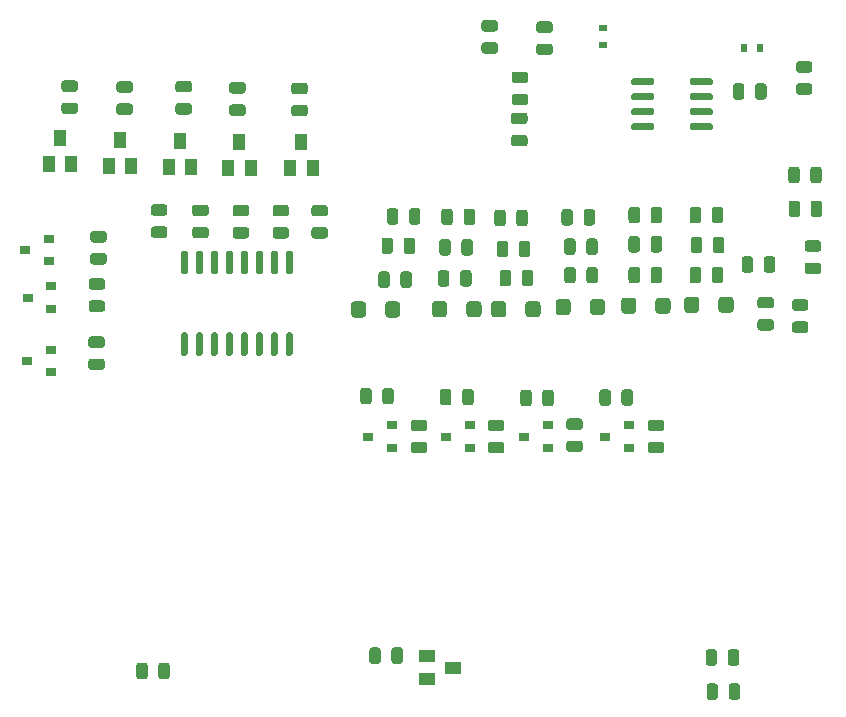
<source format=gbr>
G04 #@! TF.GenerationSoftware,KiCad,Pcbnew,(5.1.6-0-10_14)*
G04 #@! TF.CreationDate,2020-09-03T14:47:54-04:00*
G04 #@! TF.ProjectId,Pufferfish-Interface-2,50756666-6572-4666-9973-682d496e7465,rev?*
G04 #@! TF.SameCoordinates,Original*
G04 #@! TF.FileFunction,Paste,Top*
G04 #@! TF.FilePolarity,Positive*
%FSLAX46Y46*%
G04 Gerber Fmt 4.6, Leading zero omitted, Abs format (unit mm)*
G04 Created by KiCad (PCBNEW (5.1.6-0-10_14)) date 2020-09-03 14:47:54*
%MOMM*%
%LPD*%
G01*
G04 APERTURE LIST*
%ADD10R,1.000000X1.400000*%
%ADD11R,0.600000X0.700000*%
%ADD12R,0.700000X0.600000*%
%ADD13R,1.400000X1.000000*%
%ADD14R,0.900000X0.800000*%
G04 APERTURE END LIST*
G36*
G01*
X36900000Y-23375000D02*
X36900000Y-22625000D01*
G75*
G02*
X37225000Y-22300000I325000J0D01*
G01*
X37875000Y-22300000D01*
G75*
G02*
X38200000Y-22625000I0J-325000D01*
G01*
X38200000Y-23375000D01*
G75*
G02*
X37875000Y-23700000I-325000J0D01*
G01*
X37225000Y-23700000D01*
G75*
G02*
X36900000Y-23375000I0J325000D01*
G01*
G37*
G36*
G01*
X39800000Y-23375000D02*
X39800000Y-22625000D01*
G75*
G02*
X40125000Y-22300000I325000J0D01*
G01*
X40775000Y-22300000D01*
G75*
G02*
X41100000Y-22625000I0J-325000D01*
G01*
X41100000Y-23375000D01*
G75*
G02*
X40775000Y-23700000I-325000J0D01*
G01*
X40125000Y-23700000D01*
G75*
G02*
X39800000Y-23375000I0J325000D01*
G01*
G37*
G36*
G01*
X39280000Y-20846250D02*
X39280000Y-19933750D01*
G75*
G02*
X39523750Y-19690000I243750J0D01*
G01*
X40011250Y-19690000D01*
G75*
G02*
X40255000Y-19933750I0J-243750D01*
G01*
X40255000Y-20846250D01*
G75*
G02*
X40011250Y-21090000I-243750J0D01*
G01*
X39523750Y-21090000D01*
G75*
G02*
X39280000Y-20846250I0J243750D01*
G01*
G37*
G36*
G01*
X37405000Y-20846250D02*
X37405000Y-19933750D01*
G75*
G02*
X37648750Y-19690000I243750J0D01*
G01*
X38136250Y-19690000D01*
G75*
G02*
X38380000Y-19933750I0J-243750D01*
G01*
X38380000Y-20846250D01*
G75*
G02*
X38136250Y-21090000I-243750J0D01*
G01*
X37648750Y-21090000D01*
G75*
G02*
X37405000Y-20846250I0J243750D01*
G01*
G37*
G36*
G01*
X38500000Y-17303750D02*
X38500000Y-18216250D01*
G75*
G02*
X38256250Y-18460000I-243750J0D01*
G01*
X37768750Y-18460000D01*
G75*
G02*
X37525000Y-18216250I0J243750D01*
G01*
X37525000Y-17303750D01*
G75*
G02*
X37768750Y-17060000I243750J0D01*
G01*
X38256250Y-17060000D01*
G75*
G02*
X38500000Y-17303750I0J-243750D01*
G01*
G37*
G36*
G01*
X40375000Y-17303750D02*
X40375000Y-18216250D01*
G75*
G02*
X40131250Y-18460000I-243750J0D01*
G01*
X39643750Y-18460000D01*
G75*
G02*
X39400000Y-18216250I0J243750D01*
G01*
X39400000Y-17303750D01*
G75*
G02*
X39643750Y-17060000I243750J0D01*
G01*
X40131250Y-17060000D01*
G75*
G02*
X40375000Y-17303750I0J-243750D01*
G01*
G37*
G36*
G01*
X39578700Y-15640370D02*
X39578700Y-14727870D01*
G75*
G02*
X39822450Y-14484120I243750J0D01*
G01*
X40309950Y-14484120D01*
G75*
G02*
X40553700Y-14727870I0J-243750D01*
G01*
X40553700Y-15640370D01*
G75*
G02*
X40309950Y-15884120I-243750J0D01*
G01*
X39822450Y-15884120D01*
G75*
G02*
X39578700Y-15640370I0J243750D01*
G01*
G37*
G36*
G01*
X37703700Y-15640370D02*
X37703700Y-14727870D01*
G75*
G02*
X37947450Y-14484120I243750J0D01*
G01*
X38434950Y-14484120D01*
G75*
G02*
X38678700Y-14727870I0J-243750D01*
G01*
X38678700Y-15640370D01*
G75*
G02*
X38434950Y-15884120I-243750J0D01*
G01*
X37947450Y-15884120D01*
G75*
G02*
X37703700Y-15640370I0J243750D01*
G01*
G37*
G36*
G01*
X16085960Y-20021780D02*
X15785960Y-20021780D01*
G75*
G02*
X15635960Y-19871780I0J150000D01*
G01*
X15635960Y-18196780D01*
G75*
G02*
X15785960Y-18046780I150000J0D01*
G01*
X16085960Y-18046780D01*
G75*
G02*
X16235960Y-18196780I0J-150000D01*
G01*
X16235960Y-19871780D01*
G75*
G02*
X16085960Y-20021780I-150000J0D01*
G01*
G37*
G36*
G01*
X17355960Y-20021780D02*
X17055960Y-20021780D01*
G75*
G02*
X16905960Y-19871780I0J150000D01*
G01*
X16905960Y-18196780D01*
G75*
G02*
X17055960Y-18046780I150000J0D01*
G01*
X17355960Y-18046780D01*
G75*
G02*
X17505960Y-18196780I0J-150000D01*
G01*
X17505960Y-19871780D01*
G75*
G02*
X17355960Y-20021780I-150000J0D01*
G01*
G37*
G36*
G01*
X18625960Y-20021780D02*
X18325960Y-20021780D01*
G75*
G02*
X18175960Y-19871780I0J150000D01*
G01*
X18175960Y-18196780D01*
G75*
G02*
X18325960Y-18046780I150000J0D01*
G01*
X18625960Y-18046780D01*
G75*
G02*
X18775960Y-18196780I0J-150000D01*
G01*
X18775960Y-19871780D01*
G75*
G02*
X18625960Y-20021780I-150000J0D01*
G01*
G37*
G36*
G01*
X19895960Y-20021780D02*
X19595960Y-20021780D01*
G75*
G02*
X19445960Y-19871780I0J150000D01*
G01*
X19445960Y-18196780D01*
G75*
G02*
X19595960Y-18046780I150000J0D01*
G01*
X19895960Y-18046780D01*
G75*
G02*
X20045960Y-18196780I0J-150000D01*
G01*
X20045960Y-19871780D01*
G75*
G02*
X19895960Y-20021780I-150000J0D01*
G01*
G37*
G36*
G01*
X21165960Y-20021780D02*
X20865960Y-20021780D01*
G75*
G02*
X20715960Y-19871780I0J150000D01*
G01*
X20715960Y-18196780D01*
G75*
G02*
X20865960Y-18046780I150000J0D01*
G01*
X21165960Y-18046780D01*
G75*
G02*
X21315960Y-18196780I0J-150000D01*
G01*
X21315960Y-19871780D01*
G75*
G02*
X21165960Y-20021780I-150000J0D01*
G01*
G37*
G36*
G01*
X22435960Y-20021780D02*
X22135960Y-20021780D01*
G75*
G02*
X21985960Y-19871780I0J150000D01*
G01*
X21985960Y-18196780D01*
G75*
G02*
X22135960Y-18046780I150000J0D01*
G01*
X22435960Y-18046780D01*
G75*
G02*
X22585960Y-18196780I0J-150000D01*
G01*
X22585960Y-19871780D01*
G75*
G02*
X22435960Y-20021780I-150000J0D01*
G01*
G37*
G36*
G01*
X23705960Y-20021780D02*
X23405960Y-20021780D01*
G75*
G02*
X23255960Y-19871780I0J150000D01*
G01*
X23255960Y-18196780D01*
G75*
G02*
X23405960Y-18046780I150000J0D01*
G01*
X23705960Y-18046780D01*
G75*
G02*
X23855960Y-18196780I0J-150000D01*
G01*
X23855960Y-19871780D01*
G75*
G02*
X23705960Y-20021780I-150000J0D01*
G01*
G37*
G36*
G01*
X24975960Y-20021780D02*
X24675960Y-20021780D01*
G75*
G02*
X24525960Y-19871780I0J150000D01*
G01*
X24525960Y-18196780D01*
G75*
G02*
X24675960Y-18046780I150000J0D01*
G01*
X24975960Y-18046780D01*
G75*
G02*
X25125960Y-18196780I0J-150000D01*
G01*
X25125960Y-19871780D01*
G75*
G02*
X24975960Y-20021780I-150000J0D01*
G01*
G37*
G36*
G01*
X24975960Y-26946780D02*
X24675960Y-26946780D01*
G75*
G02*
X24525960Y-26796780I0J150000D01*
G01*
X24525960Y-25121780D01*
G75*
G02*
X24675960Y-24971780I150000J0D01*
G01*
X24975960Y-24971780D01*
G75*
G02*
X25125960Y-25121780I0J-150000D01*
G01*
X25125960Y-26796780D01*
G75*
G02*
X24975960Y-26946780I-150000J0D01*
G01*
G37*
G36*
G01*
X23705960Y-26946780D02*
X23405960Y-26946780D01*
G75*
G02*
X23255960Y-26796780I0J150000D01*
G01*
X23255960Y-25121780D01*
G75*
G02*
X23405960Y-24971780I150000J0D01*
G01*
X23705960Y-24971780D01*
G75*
G02*
X23855960Y-25121780I0J-150000D01*
G01*
X23855960Y-26796780D01*
G75*
G02*
X23705960Y-26946780I-150000J0D01*
G01*
G37*
G36*
G01*
X22435960Y-26946780D02*
X22135960Y-26946780D01*
G75*
G02*
X21985960Y-26796780I0J150000D01*
G01*
X21985960Y-25121780D01*
G75*
G02*
X22135960Y-24971780I150000J0D01*
G01*
X22435960Y-24971780D01*
G75*
G02*
X22585960Y-25121780I0J-150000D01*
G01*
X22585960Y-26796780D01*
G75*
G02*
X22435960Y-26946780I-150000J0D01*
G01*
G37*
G36*
G01*
X21165960Y-26946780D02*
X20865960Y-26946780D01*
G75*
G02*
X20715960Y-26796780I0J150000D01*
G01*
X20715960Y-25121780D01*
G75*
G02*
X20865960Y-24971780I150000J0D01*
G01*
X21165960Y-24971780D01*
G75*
G02*
X21315960Y-25121780I0J-150000D01*
G01*
X21315960Y-26796780D01*
G75*
G02*
X21165960Y-26946780I-150000J0D01*
G01*
G37*
G36*
G01*
X19895960Y-26946780D02*
X19595960Y-26946780D01*
G75*
G02*
X19445960Y-26796780I0J150000D01*
G01*
X19445960Y-25121780D01*
G75*
G02*
X19595960Y-24971780I150000J0D01*
G01*
X19895960Y-24971780D01*
G75*
G02*
X20045960Y-25121780I0J-150000D01*
G01*
X20045960Y-26796780D01*
G75*
G02*
X19895960Y-26946780I-150000J0D01*
G01*
G37*
G36*
G01*
X18625960Y-26946780D02*
X18325960Y-26946780D01*
G75*
G02*
X18175960Y-26796780I0J150000D01*
G01*
X18175960Y-25121780D01*
G75*
G02*
X18325960Y-24971780I150000J0D01*
G01*
X18625960Y-24971780D01*
G75*
G02*
X18775960Y-25121780I0J-150000D01*
G01*
X18775960Y-26796780D01*
G75*
G02*
X18625960Y-26946780I-150000J0D01*
G01*
G37*
G36*
G01*
X17355960Y-26946780D02*
X17055960Y-26946780D01*
G75*
G02*
X16905960Y-26796780I0J150000D01*
G01*
X16905960Y-25121780D01*
G75*
G02*
X17055960Y-24971780I150000J0D01*
G01*
X17355960Y-24971780D01*
G75*
G02*
X17505960Y-25121780I0J-150000D01*
G01*
X17505960Y-26796780D01*
G75*
G02*
X17355960Y-26946780I-150000J0D01*
G01*
G37*
G36*
G01*
X16085960Y-26946780D02*
X15785960Y-26946780D01*
G75*
G02*
X15635960Y-26796780I0J150000D01*
G01*
X15635960Y-25121780D01*
G75*
G02*
X15785960Y-24971780I150000J0D01*
G01*
X16085960Y-24971780D01*
G75*
G02*
X16235960Y-25121780I0J-150000D01*
G01*
X16235960Y-26796780D01*
G75*
G02*
X16085960Y-26946780I-150000J0D01*
G01*
G37*
G36*
G01*
X33610000Y-17173750D02*
X33610000Y-18086250D01*
G75*
G02*
X33366250Y-18330000I-243750J0D01*
G01*
X32878750Y-18330000D01*
G75*
G02*
X32635000Y-18086250I0J243750D01*
G01*
X32635000Y-17173750D01*
G75*
G02*
X32878750Y-16930000I243750J0D01*
G01*
X33366250Y-16930000D01*
G75*
G02*
X33610000Y-17173750I0J-243750D01*
G01*
G37*
G36*
G01*
X35485000Y-17173750D02*
X35485000Y-18086250D01*
G75*
G02*
X35241250Y-18330000I-243750J0D01*
G01*
X34753750Y-18330000D01*
G75*
G02*
X34510000Y-18086250I0J243750D01*
G01*
X34510000Y-17173750D01*
G75*
G02*
X34753750Y-16930000I243750J0D01*
G01*
X35241250Y-16930000D01*
G75*
G02*
X35485000Y-17173750I0J-243750D01*
G01*
G37*
G36*
G01*
X34957500Y-15596250D02*
X34957500Y-14683750D01*
G75*
G02*
X35201250Y-14440000I243750J0D01*
G01*
X35688750Y-14440000D01*
G75*
G02*
X35932500Y-14683750I0J-243750D01*
G01*
X35932500Y-15596250D01*
G75*
G02*
X35688750Y-15840000I-243750J0D01*
G01*
X35201250Y-15840000D01*
G75*
G02*
X34957500Y-15596250I0J243750D01*
G01*
G37*
G36*
G01*
X33082500Y-15596250D02*
X33082500Y-14683750D01*
G75*
G02*
X33326250Y-14440000I243750J0D01*
G01*
X33813750Y-14440000D01*
G75*
G02*
X34057500Y-14683750I0J-243750D01*
G01*
X34057500Y-15596250D01*
G75*
G02*
X33813750Y-15840000I-243750J0D01*
G01*
X33326250Y-15840000D01*
G75*
G02*
X33082500Y-15596250I0J243750D01*
G01*
G37*
G36*
G01*
X67623750Y-24040000D02*
X68536250Y-24040000D01*
G75*
G02*
X68780000Y-24283750I0J-243750D01*
G01*
X68780000Y-24771250D01*
G75*
G02*
X68536250Y-25015000I-243750J0D01*
G01*
X67623750Y-25015000D01*
G75*
G02*
X67380000Y-24771250I0J243750D01*
G01*
X67380000Y-24283750D01*
G75*
G02*
X67623750Y-24040000I243750J0D01*
G01*
G37*
G36*
G01*
X67623750Y-22165000D02*
X68536250Y-22165000D01*
G75*
G02*
X68780000Y-22408750I0J-243750D01*
G01*
X68780000Y-22896250D01*
G75*
G02*
X68536250Y-23140000I-243750J0D01*
G01*
X67623750Y-23140000D01*
G75*
G02*
X67380000Y-22896250I0J243750D01*
G01*
X67380000Y-22408750D01*
G75*
G02*
X67623750Y-22165000I243750J0D01*
G01*
G37*
G36*
G01*
X5774370Y-5504360D02*
X6686870Y-5504360D01*
G75*
G02*
X6930620Y-5748110I0J-243750D01*
G01*
X6930620Y-6235610D01*
G75*
G02*
X6686870Y-6479360I-243750J0D01*
G01*
X5774370Y-6479360D01*
G75*
G02*
X5530620Y-6235610I0J243750D01*
G01*
X5530620Y-5748110D01*
G75*
G02*
X5774370Y-5504360I243750J0D01*
G01*
G37*
G36*
G01*
X5774370Y-3629360D02*
X6686870Y-3629360D01*
G75*
G02*
X6930620Y-3873110I0J-243750D01*
G01*
X6930620Y-4360610D01*
G75*
G02*
X6686870Y-4604360I-243750J0D01*
G01*
X5774370Y-4604360D01*
G75*
G02*
X5530620Y-4360610I0J243750D01*
G01*
X5530620Y-3873110D01*
G75*
G02*
X5774370Y-3629360I243750J0D01*
G01*
G37*
G36*
G01*
X30040000Y-23395000D02*
X30040000Y-22645000D01*
G75*
G02*
X30365000Y-22320000I325000J0D01*
G01*
X31015000Y-22320000D01*
G75*
G02*
X31340000Y-22645000I0J-325000D01*
G01*
X31340000Y-23395000D01*
G75*
G02*
X31015000Y-23720000I-325000J0D01*
G01*
X30365000Y-23720000D01*
G75*
G02*
X30040000Y-23395000I0J325000D01*
G01*
G37*
G36*
G01*
X32940000Y-23395000D02*
X32940000Y-22645000D01*
G75*
G02*
X33265000Y-22320000I325000J0D01*
G01*
X33915000Y-22320000D01*
G75*
G02*
X34240000Y-22645000I0J-325000D01*
G01*
X34240000Y-23395000D01*
G75*
G02*
X33915000Y-23720000I-325000J0D01*
G01*
X33265000Y-23720000D01*
G75*
G02*
X32940000Y-23395000I0J325000D01*
G01*
G37*
G36*
G01*
X34235480Y-20957750D02*
X34235480Y-20045250D01*
G75*
G02*
X34479230Y-19801500I243750J0D01*
G01*
X34966730Y-19801500D01*
G75*
G02*
X35210480Y-20045250I0J-243750D01*
G01*
X35210480Y-20957750D01*
G75*
G02*
X34966730Y-21201500I-243750J0D01*
G01*
X34479230Y-21201500D01*
G75*
G02*
X34235480Y-20957750I0J243750D01*
G01*
G37*
G36*
G01*
X32360480Y-20957750D02*
X32360480Y-20045250D01*
G75*
G02*
X32604230Y-19801500I243750J0D01*
G01*
X33091730Y-19801500D01*
G75*
G02*
X33335480Y-20045250I0J-243750D01*
G01*
X33335480Y-20957750D01*
G75*
G02*
X33091730Y-21201500I-243750J0D01*
G01*
X32604230Y-21201500D01*
G75*
G02*
X32360480Y-20957750I0J243750D01*
G01*
G37*
G36*
G01*
X58720000Y-3885000D02*
X58720000Y-3585000D01*
G75*
G02*
X58870000Y-3435000I150000J0D01*
G01*
X60520000Y-3435000D01*
G75*
G02*
X60670000Y-3585000I0J-150000D01*
G01*
X60670000Y-3885000D01*
G75*
G02*
X60520000Y-4035000I-150000J0D01*
G01*
X58870000Y-4035000D01*
G75*
G02*
X58720000Y-3885000I0J150000D01*
G01*
G37*
G36*
G01*
X58720000Y-5155000D02*
X58720000Y-4855000D01*
G75*
G02*
X58870000Y-4705000I150000J0D01*
G01*
X60520000Y-4705000D01*
G75*
G02*
X60670000Y-4855000I0J-150000D01*
G01*
X60670000Y-5155000D01*
G75*
G02*
X60520000Y-5305000I-150000J0D01*
G01*
X58870000Y-5305000D01*
G75*
G02*
X58720000Y-5155000I0J150000D01*
G01*
G37*
G36*
G01*
X58720000Y-6425000D02*
X58720000Y-6125000D01*
G75*
G02*
X58870000Y-5975000I150000J0D01*
G01*
X60520000Y-5975000D01*
G75*
G02*
X60670000Y-6125000I0J-150000D01*
G01*
X60670000Y-6425000D01*
G75*
G02*
X60520000Y-6575000I-150000J0D01*
G01*
X58870000Y-6575000D01*
G75*
G02*
X58720000Y-6425000I0J150000D01*
G01*
G37*
G36*
G01*
X58720000Y-7695000D02*
X58720000Y-7395000D01*
G75*
G02*
X58870000Y-7245000I150000J0D01*
G01*
X60520000Y-7245000D01*
G75*
G02*
X60670000Y-7395000I0J-150000D01*
G01*
X60670000Y-7695000D01*
G75*
G02*
X60520000Y-7845000I-150000J0D01*
G01*
X58870000Y-7845000D01*
G75*
G02*
X58720000Y-7695000I0J150000D01*
G01*
G37*
G36*
G01*
X53770000Y-7695000D02*
X53770000Y-7395000D01*
G75*
G02*
X53920000Y-7245000I150000J0D01*
G01*
X55570000Y-7245000D01*
G75*
G02*
X55720000Y-7395000I0J-150000D01*
G01*
X55720000Y-7695000D01*
G75*
G02*
X55570000Y-7845000I-150000J0D01*
G01*
X53920000Y-7845000D01*
G75*
G02*
X53770000Y-7695000I0J150000D01*
G01*
G37*
G36*
G01*
X53770000Y-6425000D02*
X53770000Y-6125000D01*
G75*
G02*
X53920000Y-5975000I150000J0D01*
G01*
X55570000Y-5975000D01*
G75*
G02*
X55720000Y-6125000I0J-150000D01*
G01*
X55720000Y-6425000D01*
G75*
G02*
X55570000Y-6575000I-150000J0D01*
G01*
X53920000Y-6575000D01*
G75*
G02*
X53770000Y-6425000I0J150000D01*
G01*
G37*
G36*
G01*
X53770000Y-5155000D02*
X53770000Y-4855000D01*
G75*
G02*
X53920000Y-4705000I150000J0D01*
G01*
X55570000Y-4705000D01*
G75*
G02*
X55720000Y-4855000I0J-150000D01*
G01*
X55720000Y-5155000D01*
G75*
G02*
X55570000Y-5305000I-150000J0D01*
G01*
X53920000Y-5305000D01*
G75*
G02*
X53770000Y-5155000I0J150000D01*
G01*
G37*
G36*
G01*
X53770000Y-3885000D02*
X53770000Y-3585000D01*
G75*
G02*
X53920000Y-3435000I150000J0D01*
G01*
X55570000Y-3435000D01*
G75*
G02*
X55720000Y-3585000I0J-150000D01*
G01*
X55720000Y-3885000D01*
G75*
G02*
X55570000Y-4035000I-150000J0D01*
G01*
X53920000Y-4035000D01*
G75*
G02*
X53770000Y-3885000I0J150000D01*
G01*
G37*
G36*
G01*
X13742500Y-54086250D02*
X13742500Y-53173750D01*
G75*
G02*
X13986250Y-52930000I243750J0D01*
G01*
X14473750Y-52930000D01*
G75*
G02*
X14717500Y-53173750I0J-243750D01*
G01*
X14717500Y-54086250D01*
G75*
G02*
X14473750Y-54330000I-243750J0D01*
G01*
X13986250Y-54330000D01*
G75*
G02*
X13742500Y-54086250I0J243750D01*
G01*
G37*
G36*
G01*
X11867500Y-54086250D02*
X11867500Y-53173750D01*
G75*
G02*
X12111250Y-52930000I243750J0D01*
G01*
X12598750Y-52930000D01*
G75*
G02*
X12842500Y-53173750I0J-243750D01*
G01*
X12842500Y-54086250D01*
G75*
G02*
X12598750Y-54330000I-243750J0D01*
G01*
X12111250Y-54330000D01*
G75*
G02*
X11867500Y-54086250I0J243750D01*
G01*
G37*
G36*
G01*
X8215310Y-18260720D02*
X9127810Y-18260720D01*
G75*
G02*
X9371560Y-18504470I0J-243750D01*
G01*
X9371560Y-18991970D01*
G75*
G02*
X9127810Y-19235720I-243750J0D01*
G01*
X8215310Y-19235720D01*
G75*
G02*
X7971560Y-18991970I0J243750D01*
G01*
X7971560Y-18504470D01*
G75*
G02*
X8215310Y-18260720I243750J0D01*
G01*
G37*
G36*
G01*
X8215310Y-16385720D02*
X9127810Y-16385720D01*
G75*
G02*
X9371560Y-16629470I0J-243750D01*
G01*
X9371560Y-17116970D01*
G75*
G02*
X9127810Y-17360720I-243750J0D01*
G01*
X8215310Y-17360720D01*
G75*
G02*
X7971560Y-17116970I0J243750D01*
G01*
X7971560Y-16629470D01*
G75*
G02*
X8215310Y-16385720I243750J0D01*
G01*
G37*
G36*
G01*
X16838610Y-16020200D02*
X17751110Y-16020200D01*
G75*
G02*
X17994860Y-16263950I0J-243750D01*
G01*
X17994860Y-16751450D01*
G75*
G02*
X17751110Y-16995200I-243750J0D01*
G01*
X16838610Y-16995200D01*
G75*
G02*
X16594860Y-16751450I0J243750D01*
G01*
X16594860Y-16263950D01*
G75*
G02*
X16838610Y-16020200I243750J0D01*
G01*
G37*
G36*
G01*
X16838610Y-14145200D02*
X17751110Y-14145200D01*
G75*
G02*
X17994860Y-14388950I0J-243750D01*
G01*
X17994860Y-14876450D01*
G75*
G02*
X17751110Y-15120200I-243750J0D01*
G01*
X16838610Y-15120200D01*
G75*
G02*
X16594860Y-14876450I0J243750D01*
G01*
X16594860Y-14388950D01*
G75*
G02*
X16838610Y-14145200I243750J0D01*
G01*
G37*
G36*
G01*
X8083230Y-22258440D02*
X8995730Y-22258440D01*
G75*
G02*
X9239480Y-22502190I0J-243750D01*
G01*
X9239480Y-22989690D01*
G75*
G02*
X8995730Y-23233440I-243750J0D01*
G01*
X8083230Y-23233440D01*
G75*
G02*
X7839480Y-22989690I0J243750D01*
G01*
X7839480Y-22502190D01*
G75*
G02*
X8083230Y-22258440I243750J0D01*
G01*
G37*
G36*
G01*
X8083230Y-20383440D02*
X8995730Y-20383440D01*
G75*
G02*
X9239480Y-20627190I0J-243750D01*
G01*
X9239480Y-21114690D01*
G75*
G02*
X8995730Y-21358440I-243750J0D01*
G01*
X8083230Y-21358440D01*
G75*
G02*
X7839480Y-21114690I0J243750D01*
G01*
X7839480Y-20627190D01*
G75*
G02*
X8083230Y-20383440I243750J0D01*
G01*
G37*
G36*
G01*
X23648350Y-16045600D02*
X24560850Y-16045600D01*
G75*
G02*
X24804600Y-16289350I0J-243750D01*
G01*
X24804600Y-16776850D01*
G75*
G02*
X24560850Y-17020600I-243750J0D01*
G01*
X23648350Y-17020600D01*
G75*
G02*
X23404600Y-16776850I0J243750D01*
G01*
X23404600Y-16289350D01*
G75*
G02*
X23648350Y-16045600I243750J0D01*
G01*
G37*
G36*
G01*
X23648350Y-14170600D02*
X24560850Y-14170600D01*
G75*
G02*
X24804600Y-14414350I0J-243750D01*
G01*
X24804600Y-14901850D01*
G75*
G02*
X24560850Y-15145600I-243750J0D01*
G01*
X23648350Y-15145600D01*
G75*
G02*
X23404600Y-14901850I0J243750D01*
G01*
X23404600Y-14414350D01*
G75*
G02*
X23648350Y-14170600I243750J0D01*
G01*
G37*
G36*
G01*
X62027500Y-55836250D02*
X62027500Y-54923750D01*
G75*
G02*
X62271250Y-54680000I243750J0D01*
G01*
X62758750Y-54680000D01*
G75*
G02*
X63002500Y-54923750I0J-243750D01*
G01*
X63002500Y-55836250D01*
G75*
G02*
X62758750Y-56080000I-243750J0D01*
G01*
X62271250Y-56080000D01*
G75*
G02*
X62027500Y-55836250I0J243750D01*
G01*
G37*
G36*
G01*
X60152500Y-55836250D02*
X60152500Y-54923750D01*
G75*
G02*
X60396250Y-54680000I243750J0D01*
G01*
X60883750Y-54680000D01*
G75*
G02*
X61127500Y-54923750I0J-243750D01*
G01*
X61127500Y-55836250D01*
G75*
G02*
X60883750Y-56080000I-243750J0D01*
G01*
X60396250Y-56080000D01*
G75*
G02*
X60152500Y-55836250I0J243750D01*
G01*
G37*
G36*
G01*
X61047500Y-52043750D02*
X61047500Y-52956250D01*
G75*
G02*
X60803750Y-53200000I-243750J0D01*
G01*
X60316250Y-53200000D01*
G75*
G02*
X60072500Y-52956250I0J243750D01*
G01*
X60072500Y-52043750D01*
G75*
G02*
X60316250Y-51800000I243750J0D01*
G01*
X60803750Y-51800000D01*
G75*
G02*
X61047500Y-52043750I0J-243750D01*
G01*
G37*
G36*
G01*
X62922500Y-52043750D02*
X62922500Y-52956250D01*
G75*
G02*
X62678750Y-53200000I-243750J0D01*
G01*
X62191250Y-53200000D01*
G75*
G02*
X61947500Y-52956250I0J243750D01*
G01*
X61947500Y-52043750D01*
G75*
G02*
X62191250Y-51800000I243750J0D01*
G01*
X62678750Y-51800000D01*
G75*
G02*
X62922500Y-52043750I0J-243750D01*
G01*
G37*
G36*
G01*
X68703750Y-19050000D02*
X69616250Y-19050000D01*
G75*
G02*
X69860000Y-19293750I0J-243750D01*
G01*
X69860000Y-19781250D01*
G75*
G02*
X69616250Y-20025000I-243750J0D01*
G01*
X68703750Y-20025000D01*
G75*
G02*
X68460000Y-19781250I0J243750D01*
G01*
X68460000Y-19293750D01*
G75*
G02*
X68703750Y-19050000I243750J0D01*
G01*
G37*
G36*
G01*
X68703750Y-17175000D02*
X69616250Y-17175000D01*
G75*
G02*
X69860000Y-17418750I0J-243750D01*
G01*
X69860000Y-17906250D01*
G75*
G02*
X69616250Y-18150000I-243750J0D01*
G01*
X68703750Y-18150000D01*
G75*
G02*
X68460000Y-17906250I0J243750D01*
G01*
X68460000Y-17418750D01*
G75*
G02*
X68703750Y-17175000I243750J0D01*
G01*
G37*
G36*
G01*
X68932500Y-12096250D02*
X68932500Y-11183750D01*
G75*
G02*
X69176250Y-10940000I243750J0D01*
G01*
X69663750Y-10940000D01*
G75*
G02*
X69907500Y-11183750I0J-243750D01*
G01*
X69907500Y-12096250D01*
G75*
G02*
X69663750Y-12340000I-243750J0D01*
G01*
X69176250Y-12340000D01*
G75*
G02*
X68932500Y-12096250I0J243750D01*
G01*
G37*
G36*
G01*
X67057500Y-12096250D02*
X67057500Y-11183750D01*
G75*
G02*
X67301250Y-10940000I243750J0D01*
G01*
X67788750Y-10940000D01*
G75*
G02*
X68032500Y-11183750I0J-243750D01*
G01*
X68032500Y-12096250D01*
G75*
G02*
X67788750Y-12340000I-243750J0D01*
G01*
X67301250Y-12340000D01*
G75*
G02*
X67057500Y-12096250I0J243750D01*
G01*
G37*
G36*
G01*
X64100000Y-18763750D02*
X64100000Y-19676250D01*
G75*
G02*
X63856250Y-19920000I-243750J0D01*
G01*
X63368750Y-19920000D01*
G75*
G02*
X63125000Y-19676250I0J243750D01*
G01*
X63125000Y-18763750D01*
G75*
G02*
X63368750Y-18520000I243750J0D01*
G01*
X63856250Y-18520000D01*
G75*
G02*
X64100000Y-18763750I0J-243750D01*
G01*
G37*
G36*
G01*
X65975000Y-18763750D02*
X65975000Y-19676250D01*
G75*
G02*
X65731250Y-19920000I-243750J0D01*
G01*
X65243750Y-19920000D01*
G75*
G02*
X65000000Y-19676250I0J243750D01*
G01*
X65000000Y-18763750D01*
G75*
G02*
X65243750Y-18520000I243750J0D01*
G01*
X65731250Y-18520000D01*
G75*
G02*
X65975000Y-18763750I0J-243750D01*
G01*
G37*
G36*
G01*
X65616250Y-22940000D02*
X64703750Y-22940000D01*
G75*
G02*
X64460000Y-22696250I0J243750D01*
G01*
X64460000Y-22208750D01*
G75*
G02*
X64703750Y-21965000I243750J0D01*
G01*
X65616250Y-21965000D01*
G75*
G02*
X65860000Y-22208750I0J-243750D01*
G01*
X65860000Y-22696250D01*
G75*
G02*
X65616250Y-22940000I-243750J0D01*
G01*
G37*
G36*
G01*
X65616250Y-24815000D02*
X64703750Y-24815000D01*
G75*
G02*
X64460000Y-24571250I0J243750D01*
G01*
X64460000Y-24083750D01*
G75*
G02*
X64703750Y-23840000I243750J0D01*
G01*
X65616250Y-23840000D01*
G75*
G02*
X65860000Y-24083750I0J-243750D01*
G01*
X65860000Y-24571250D01*
G75*
G02*
X65616250Y-24815000I-243750J0D01*
G01*
G37*
G36*
G01*
X46896250Y390000D02*
X45983750Y390000D01*
G75*
G02*
X45740000Y633750I0J243750D01*
G01*
X45740000Y1121250D01*
G75*
G02*
X45983750Y1365000I243750J0D01*
G01*
X46896250Y1365000D01*
G75*
G02*
X47140000Y1121250I0J-243750D01*
G01*
X47140000Y633750D01*
G75*
G02*
X46896250Y390000I-243750J0D01*
G01*
G37*
G36*
G01*
X46896250Y-1485000D02*
X45983750Y-1485000D01*
G75*
G02*
X45740000Y-1241250I0J243750D01*
G01*
X45740000Y-753750D01*
G75*
G02*
X45983750Y-510000I243750J0D01*
G01*
X46896250Y-510000D01*
G75*
G02*
X47140000Y-753750I0J-243750D01*
G01*
X47140000Y-1241250D01*
G75*
G02*
X46896250Y-1485000I-243750J0D01*
G01*
G37*
G36*
G01*
X44807430Y-3860000D02*
X43894930Y-3860000D01*
G75*
G02*
X43651180Y-3616250I0J243750D01*
G01*
X43651180Y-3128750D01*
G75*
G02*
X43894930Y-2885000I243750J0D01*
G01*
X44807430Y-2885000D01*
G75*
G02*
X45051180Y-3128750I0J-243750D01*
G01*
X45051180Y-3616250D01*
G75*
G02*
X44807430Y-3860000I-243750J0D01*
G01*
G37*
G36*
G01*
X44807430Y-5735000D02*
X43894930Y-5735000D01*
G75*
G02*
X43651180Y-5491250I0J243750D01*
G01*
X43651180Y-5003750D01*
G75*
G02*
X43894930Y-4760000I243750J0D01*
G01*
X44807430Y-4760000D01*
G75*
G02*
X45051180Y-5003750I0J-243750D01*
G01*
X45051180Y-5491250D01*
G75*
G02*
X44807430Y-5735000I-243750J0D01*
G01*
G37*
G36*
G01*
X64260000Y-5026250D02*
X64260000Y-4113750D01*
G75*
G02*
X64503750Y-3870000I243750J0D01*
G01*
X64991250Y-3870000D01*
G75*
G02*
X65235000Y-4113750I0J-243750D01*
G01*
X65235000Y-5026250D01*
G75*
G02*
X64991250Y-5270000I-243750J0D01*
G01*
X64503750Y-5270000D01*
G75*
G02*
X64260000Y-5026250I0J243750D01*
G01*
G37*
G36*
G01*
X62385000Y-5026250D02*
X62385000Y-4113750D01*
G75*
G02*
X62628750Y-3870000I243750J0D01*
G01*
X63116250Y-3870000D01*
G75*
G02*
X63360000Y-4113750I0J-243750D01*
G01*
X63360000Y-5026250D01*
G75*
G02*
X63116250Y-5270000I-243750J0D01*
G01*
X62628750Y-5270000D01*
G75*
G02*
X62385000Y-5026250I0J243750D01*
G01*
G37*
G36*
G01*
X13348650Y-15992260D02*
X14261150Y-15992260D01*
G75*
G02*
X14504900Y-16236010I0J-243750D01*
G01*
X14504900Y-16723510D01*
G75*
G02*
X14261150Y-16967260I-243750J0D01*
G01*
X13348650Y-16967260D01*
G75*
G02*
X13104900Y-16723510I0J243750D01*
G01*
X13104900Y-16236010D01*
G75*
G02*
X13348650Y-15992260I243750J0D01*
G01*
G37*
G36*
G01*
X13348650Y-14117260D02*
X14261150Y-14117260D01*
G75*
G02*
X14504900Y-14361010I0J-243750D01*
G01*
X14504900Y-14848510D01*
G75*
G02*
X14261150Y-15092260I-243750J0D01*
G01*
X13348650Y-15092260D01*
G75*
G02*
X13104900Y-14848510I0J243750D01*
G01*
X13104900Y-14361010D01*
G75*
G02*
X13348650Y-14117260I243750J0D01*
G01*
G37*
G36*
G01*
X8045130Y-27183260D02*
X8957630Y-27183260D01*
G75*
G02*
X9201380Y-27427010I0J-243750D01*
G01*
X9201380Y-27914510D01*
G75*
G02*
X8957630Y-28158260I-243750J0D01*
G01*
X8045130Y-28158260D01*
G75*
G02*
X7801380Y-27914510I0J243750D01*
G01*
X7801380Y-27427010D01*
G75*
G02*
X8045130Y-27183260I243750J0D01*
G01*
G37*
G36*
G01*
X8045130Y-25308260D02*
X8957630Y-25308260D01*
G75*
G02*
X9201380Y-25552010I0J-243750D01*
G01*
X9201380Y-26039510D01*
G75*
G02*
X8957630Y-26283260I-243750J0D01*
G01*
X8045130Y-26283260D01*
G75*
G02*
X7801380Y-26039510I0J243750D01*
G01*
X7801380Y-25552010D01*
G75*
G02*
X8045130Y-25308260I243750J0D01*
G01*
G37*
G36*
G01*
X20270150Y-16045600D02*
X21182650Y-16045600D01*
G75*
G02*
X21426400Y-16289350I0J-243750D01*
G01*
X21426400Y-16776850D01*
G75*
G02*
X21182650Y-17020600I-243750J0D01*
G01*
X20270150Y-17020600D01*
G75*
G02*
X20026400Y-16776850I0J243750D01*
G01*
X20026400Y-16289350D01*
G75*
G02*
X20270150Y-16045600I243750J0D01*
G01*
G37*
G36*
G01*
X20270150Y-14170600D02*
X21182650Y-14170600D01*
G75*
G02*
X21426400Y-14414350I0J-243750D01*
G01*
X21426400Y-14901850D01*
G75*
G02*
X21182650Y-15145600I-243750J0D01*
G01*
X20270150Y-15145600D01*
G75*
G02*
X20026400Y-14901850I0J243750D01*
G01*
X20026400Y-14414350D01*
G75*
G02*
X20270150Y-14170600I243750J0D01*
G01*
G37*
G36*
G01*
X26942730Y-16045600D02*
X27855230Y-16045600D01*
G75*
G02*
X28098980Y-16289350I0J-243750D01*
G01*
X28098980Y-16776850D01*
G75*
G02*
X27855230Y-17020600I-243750J0D01*
G01*
X26942730Y-17020600D01*
G75*
G02*
X26698980Y-16776850I0J243750D01*
G01*
X26698980Y-16289350D01*
G75*
G02*
X26942730Y-16045600I243750J0D01*
G01*
G37*
G36*
G01*
X26942730Y-14170600D02*
X27855230Y-14170600D01*
G75*
G02*
X28098980Y-14414350I0J-243750D01*
G01*
X28098980Y-14901850D01*
G75*
G02*
X27855230Y-15145600I-243750J0D01*
G01*
X26942730Y-15145600D01*
G75*
G02*
X26698980Y-14901850I0J243750D01*
G01*
X26698980Y-14414350D01*
G75*
G02*
X26942730Y-14170600I243750J0D01*
G01*
G37*
D10*
X5420360Y-8524060D03*
X6370360Y-10724060D03*
X4470360Y-10724060D03*
X10492740Y-8694240D03*
X11442740Y-10894240D03*
X9542740Y-10894240D03*
X20594320Y-8808540D03*
X21544320Y-11008540D03*
X19644320Y-11008540D03*
X15562580Y-8734880D03*
X16512580Y-10934880D03*
X14612580Y-10934880D03*
X25859740Y-8831400D03*
X26809740Y-11031400D03*
X24909740Y-11031400D03*
D11*
X64720000Y-860000D03*
X63320000Y-860000D03*
D12*
X51350000Y810000D03*
X51350000Y-590000D03*
G36*
G01*
X67963750Y-3870000D02*
X68876250Y-3870000D01*
G75*
G02*
X69120000Y-4113750I0J-243750D01*
G01*
X69120000Y-4601250D01*
G75*
G02*
X68876250Y-4845000I-243750J0D01*
G01*
X67963750Y-4845000D01*
G75*
G02*
X67720000Y-4601250I0J243750D01*
G01*
X67720000Y-4113750D01*
G75*
G02*
X67963750Y-3870000I243750J0D01*
G01*
G37*
G36*
G01*
X67963750Y-1995000D02*
X68876250Y-1995000D01*
G75*
G02*
X69120000Y-2238750I0J-243750D01*
G01*
X69120000Y-2726250D01*
G75*
G02*
X68876250Y-2970000I-243750J0D01*
G01*
X67963750Y-2970000D01*
G75*
G02*
X67720000Y-2726250I0J243750D01*
G01*
X67720000Y-2238750D01*
G75*
G02*
X67963750Y-1995000I243750J0D01*
G01*
G37*
G36*
G01*
X68072500Y-14043750D02*
X68072500Y-14956250D01*
G75*
G02*
X67828750Y-15200000I-243750J0D01*
G01*
X67341250Y-15200000D01*
G75*
G02*
X67097500Y-14956250I0J243750D01*
G01*
X67097500Y-14043750D01*
G75*
G02*
X67341250Y-13800000I243750J0D01*
G01*
X67828750Y-13800000D01*
G75*
G02*
X68072500Y-14043750I0J-243750D01*
G01*
G37*
G36*
G01*
X69947500Y-14043750D02*
X69947500Y-14956250D01*
G75*
G02*
X69703750Y-15200000I-243750J0D01*
G01*
X69216250Y-15200000D01*
G75*
G02*
X68972500Y-14956250I0J243750D01*
G01*
X68972500Y-14043750D01*
G75*
G02*
X69216250Y-13800000I243750J0D01*
G01*
X69703750Y-13800000D01*
G75*
G02*
X69947500Y-14043750I0J-243750D01*
G01*
G37*
G36*
G01*
X42246250Y500000D02*
X41333750Y500000D01*
G75*
G02*
X41090000Y743750I0J243750D01*
G01*
X41090000Y1231250D01*
G75*
G02*
X41333750Y1475000I243750J0D01*
G01*
X42246250Y1475000D01*
G75*
G02*
X42490000Y1231250I0J-243750D01*
G01*
X42490000Y743750D01*
G75*
G02*
X42246250Y500000I-243750J0D01*
G01*
G37*
G36*
G01*
X42246250Y-1375000D02*
X41333750Y-1375000D01*
G75*
G02*
X41090000Y-1131250I0J243750D01*
G01*
X41090000Y-643750D01*
G75*
G02*
X41333750Y-400000I243750J0D01*
G01*
X42246250Y-400000D01*
G75*
G02*
X42490000Y-643750I0J-243750D01*
G01*
X42490000Y-1131250D01*
G75*
G02*
X42246250Y-1375000I-243750J0D01*
G01*
G37*
G36*
G01*
X43841590Y-8239800D02*
X44754090Y-8239800D01*
G75*
G02*
X44997840Y-8483550I0J-243750D01*
G01*
X44997840Y-8971050D01*
G75*
G02*
X44754090Y-9214800I-243750J0D01*
G01*
X43841590Y-9214800D01*
G75*
G02*
X43597840Y-8971050I0J243750D01*
G01*
X43597840Y-8483550D01*
G75*
G02*
X43841590Y-8239800I243750J0D01*
G01*
G37*
G36*
G01*
X43841590Y-6364800D02*
X44754090Y-6364800D01*
G75*
G02*
X44997840Y-6608550I0J-243750D01*
G01*
X44997840Y-7096050D01*
G75*
G02*
X44754090Y-7339800I-243750J0D01*
G01*
X43841590Y-7339800D01*
G75*
G02*
X43597840Y-7096050I0J243750D01*
G01*
X43597840Y-6608550D01*
G75*
G02*
X43841590Y-6364800I243750J0D01*
G01*
G37*
D13*
X38692000Y-53340000D03*
X36492000Y-54290000D03*
X36492000Y-52390000D03*
G36*
G01*
X43360000Y-17453750D02*
X43360000Y-18366250D01*
G75*
G02*
X43116250Y-18610000I-243750J0D01*
G01*
X42628750Y-18610000D01*
G75*
G02*
X42385000Y-18366250I0J243750D01*
G01*
X42385000Y-17453750D01*
G75*
G02*
X42628750Y-17210000I243750J0D01*
G01*
X43116250Y-17210000D01*
G75*
G02*
X43360000Y-17453750I0J-243750D01*
G01*
G37*
G36*
G01*
X45235000Y-17453750D02*
X45235000Y-18366250D01*
G75*
G02*
X44991250Y-18610000I-243750J0D01*
G01*
X44503750Y-18610000D01*
G75*
G02*
X44260000Y-18366250I0J243750D01*
G01*
X44260000Y-17453750D01*
G75*
G02*
X44503750Y-17210000I243750J0D01*
G01*
X44991250Y-17210000D01*
G75*
G02*
X45235000Y-17453750I0J-243750D01*
G01*
G37*
G36*
G01*
X49070000Y-17253750D02*
X49070000Y-18166250D01*
G75*
G02*
X48826250Y-18410000I-243750J0D01*
G01*
X48338750Y-18410000D01*
G75*
G02*
X48095000Y-18166250I0J243750D01*
G01*
X48095000Y-17253750D01*
G75*
G02*
X48338750Y-17010000I243750J0D01*
G01*
X48826250Y-17010000D01*
G75*
G02*
X49070000Y-17253750I0J-243750D01*
G01*
G37*
G36*
G01*
X50945000Y-17253750D02*
X50945000Y-18166250D01*
G75*
G02*
X50701250Y-18410000I-243750J0D01*
G01*
X50213750Y-18410000D01*
G75*
G02*
X49970000Y-18166250I0J243750D01*
G01*
X49970000Y-17253750D01*
G75*
G02*
X50213750Y-17010000I243750J0D01*
G01*
X50701250Y-17010000D01*
G75*
G02*
X50945000Y-17253750I0J-243750D01*
G01*
G37*
G36*
G01*
X54520680Y-17043750D02*
X54520680Y-17956250D01*
G75*
G02*
X54276930Y-18200000I-243750J0D01*
G01*
X53789430Y-18200000D01*
G75*
G02*
X53545680Y-17956250I0J243750D01*
G01*
X53545680Y-17043750D01*
G75*
G02*
X53789430Y-16800000I243750J0D01*
G01*
X54276930Y-16800000D01*
G75*
G02*
X54520680Y-17043750I0J-243750D01*
G01*
G37*
G36*
G01*
X56395680Y-17043750D02*
X56395680Y-17956250D01*
G75*
G02*
X56151930Y-18200000I-243750J0D01*
G01*
X55664430Y-18200000D01*
G75*
G02*
X55420680Y-17956250I0J243750D01*
G01*
X55420680Y-17043750D01*
G75*
G02*
X55664430Y-16800000I243750J0D01*
G01*
X56151930Y-16800000D01*
G75*
G02*
X56395680Y-17043750I0J-243750D01*
G01*
G37*
G36*
G01*
X59791420Y-17115470D02*
X59791420Y-18027970D01*
G75*
G02*
X59547670Y-18271720I-243750J0D01*
G01*
X59060170Y-18271720D01*
G75*
G02*
X58816420Y-18027970I0J243750D01*
G01*
X58816420Y-17115470D01*
G75*
G02*
X59060170Y-16871720I243750J0D01*
G01*
X59547670Y-16871720D01*
G75*
G02*
X59791420Y-17115470I0J-243750D01*
G01*
G37*
G36*
G01*
X61666420Y-17115470D02*
X61666420Y-18027970D01*
G75*
G02*
X61422670Y-18271720I-243750J0D01*
G01*
X60935170Y-18271720D01*
G75*
G02*
X60691420Y-18027970I0J243750D01*
G01*
X60691420Y-17115470D01*
G75*
G02*
X60935170Y-16871720I243750J0D01*
G01*
X61422670Y-16871720D01*
G75*
G02*
X61666420Y-17115470I0J-243750D01*
G01*
G37*
G36*
G01*
X44041240Y-15734350D02*
X44041240Y-14821850D01*
G75*
G02*
X44284990Y-14578100I243750J0D01*
G01*
X44772490Y-14578100D01*
G75*
G02*
X45016240Y-14821850I0J-243750D01*
G01*
X45016240Y-15734350D01*
G75*
G02*
X44772490Y-15978100I-243750J0D01*
G01*
X44284990Y-15978100D01*
G75*
G02*
X44041240Y-15734350I0J243750D01*
G01*
G37*
G36*
G01*
X42166240Y-15734350D02*
X42166240Y-14821850D01*
G75*
G02*
X42409990Y-14578100I243750J0D01*
G01*
X42897490Y-14578100D01*
G75*
G02*
X43141240Y-14821850I0J-243750D01*
G01*
X43141240Y-15734350D01*
G75*
G02*
X42897490Y-15978100I-243750J0D01*
G01*
X42409990Y-15978100D01*
G75*
G02*
X42166240Y-15734350I0J243750D01*
G01*
G37*
G36*
G01*
X49743780Y-15673390D02*
X49743780Y-14760890D01*
G75*
G02*
X49987530Y-14517140I243750J0D01*
G01*
X50475030Y-14517140D01*
G75*
G02*
X50718780Y-14760890I0J-243750D01*
G01*
X50718780Y-15673390D01*
G75*
G02*
X50475030Y-15917140I-243750J0D01*
G01*
X49987530Y-15917140D01*
G75*
G02*
X49743780Y-15673390I0J243750D01*
G01*
G37*
G36*
G01*
X47868780Y-15673390D02*
X47868780Y-14760890D01*
G75*
G02*
X48112530Y-14517140I243750J0D01*
G01*
X48600030Y-14517140D01*
G75*
G02*
X48843780Y-14760890I0J-243750D01*
G01*
X48843780Y-15673390D01*
G75*
G02*
X48600030Y-15917140I-243750J0D01*
G01*
X48112530Y-15917140D01*
G75*
G02*
X47868780Y-15673390I0J243750D01*
G01*
G37*
G36*
G01*
X55420680Y-15487970D02*
X55420680Y-14575470D01*
G75*
G02*
X55664430Y-14331720I243750J0D01*
G01*
X56151930Y-14331720D01*
G75*
G02*
X56395680Y-14575470I0J-243750D01*
G01*
X56395680Y-15487970D01*
G75*
G02*
X56151930Y-15731720I-243750J0D01*
G01*
X55664430Y-15731720D01*
G75*
G02*
X55420680Y-15487970I0J243750D01*
G01*
G37*
G36*
G01*
X53545680Y-15487970D02*
X53545680Y-14575470D01*
G75*
G02*
X53789430Y-14331720I243750J0D01*
G01*
X54276930Y-14331720D01*
G75*
G02*
X54520680Y-14575470I0J-243750D01*
G01*
X54520680Y-15487970D01*
G75*
G02*
X54276930Y-15731720I-243750J0D01*
G01*
X53789430Y-15731720D01*
G75*
G02*
X53545680Y-15487970I0J243750D01*
G01*
G37*
G36*
G01*
X60594420Y-15487970D02*
X60594420Y-14575470D01*
G75*
G02*
X60838170Y-14331720I243750J0D01*
G01*
X61325670Y-14331720D01*
G75*
G02*
X61569420Y-14575470I0J-243750D01*
G01*
X61569420Y-15487970D01*
G75*
G02*
X61325670Y-15731720I-243750J0D01*
G01*
X60838170Y-15731720D01*
G75*
G02*
X60594420Y-15487970I0J243750D01*
G01*
G37*
G36*
G01*
X58719420Y-15487970D02*
X58719420Y-14575470D01*
G75*
G02*
X58963170Y-14331720I243750J0D01*
G01*
X59450670Y-14331720D01*
G75*
G02*
X59694420Y-14575470I0J-243750D01*
G01*
X59694420Y-15487970D01*
G75*
G02*
X59450670Y-15731720I-243750J0D01*
G01*
X58963170Y-15731720D01*
G75*
G02*
X58719420Y-15487970I0J243750D01*
G01*
G37*
G36*
G01*
X10422570Y-5573180D02*
X11335070Y-5573180D01*
G75*
G02*
X11578820Y-5816930I0J-243750D01*
G01*
X11578820Y-6304430D01*
G75*
G02*
X11335070Y-6548180I-243750J0D01*
G01*
X10422570Y-6548180D01*
G75*
G02*
X10178820Y-6304430I0J243750D01*
G01*
X10178820Y-5816930D01*
G75*
G02*
X10422570Y-5573180I243750J0D01*
G01*
G37*
G36*
G01*
X10422570Y-3698180D02*
X11335070Y-3698180D01*
G75*
G02*
X11578820Y-3941930I0J-243750D01*
G01*
X11578820Y-4429430D01*
G75*
G02*
X11335070Y-4673180I-243750J0D01*
G01*
X10422570Y-4673180D01*
G75*
G02*
X10178820Y-4429430I0J243750D01*
G01*
X10178820Y-3941930D01*
G75*
G02*
X10422570Y-3698180I243750J0D01*
G01*
G37*
G36*
G01*
X15428910Y-5545000D02*
X16341410Y-5545000D01*
G75*
G02*
X16585160Y-5788750I0J-243750D01*
G01*
X16585160Y-6276250D01*
G75*
G02*
X16341410Y-6520000I-243750J0D01*
G01*
X15428910Y-6520000D01*
G75*
G02*
X15185160Y-6276250I0J243750D01*
G01*
X15185160Y-5788750D01*
G75*
G02*
X15428910Y-5545000I243750J0D01*
G01*
G37*
G36*
G01*
X15428910Y-3670000D02*
X16341410Y-3670000D01*
G75*
G02*
X16585160Y-3913750I0J-243750D01*
G01*
X16585160Y-4401250D01*
G75*
G02*
X16341410Y-4645000I-243750J0D01*
G01*
X15428910Y-4645000D01*
G75*
G02*
X15185160Y-4401250I0J243750D01*
G01*
X15185160Y-3913750D01*
G75*
G02*
X15428910Y-3670000I243750J0D01*
G01*
G37*
G36*
G01*
X19983130Y-5651680D02*
X20895630Y-5651680D01*
G75*
G02*
X21139380Y-5895430I0J-243750D01*
G01*
X21139380Y-6382930D01*
G75*
G02*
X20895630Y-6626680I-243750J0D01*
G01*
X19983130Y-6626680D01*
G75*
G02*
X19739380Y-6382930I0J243750D01*
G01*
X19739380Y-5895430D01*
G75*
G02*
X19983130Y-5651680I243750J0D01*
G01*
G37*
G36*
G01*
X19983130Y-3776680D02*
X20895630Y-3776680D01*
G75*
G02*
X21139380Y-4020430I0J-243750D01*
G01*
X21139380Y-4507930D01*
G75*
G02*
X20895630Y-4751680I-243750J0D01*
G01*
X19983130Y-4751680D01*
G75*
G02*
X19739380Y-4507930I0J243750D01*
G01*
X19739380Y-4020430D01*
G75*
G02*
X19983130Y-3776680I243750J0D01*
G01*
G37*
G36*
G01*
X25246010Y-5700180D02*
X26158510Y-5700180D01*
G75*
G02*
X26402260Y-5943930I0J-243750D01*
G01*
X26402260Y-6431430D01*
G75*
G02*
X26158510Y-6675180I-243750J0D01*
G01*
X25246010Y-6675180D01*
G75*
G02*
X25002260Y-6431430I0J243750D01*
G01*
X25002260Y-5943930D01*
G75*
G02*
X25246010Y-5700180I243750J0D01*
G01*
G37*
G36*
G01*
X25246010Y-3825180D02*
X26158510Y-3825180D01*
G75*
G02*
X26402260Y-4068930I0J-243750D01*
G01*
X26402260Y-4556430D01*
G75*
G02*
X26158510Y-4800180I-243750J0D01*
G01*
X25246010Y-4800180D01*
G75*
G02*
X25002260Y-4556430I0J243750D01*
G01*
X25002260Y-4068930D01*
G75*
G02*
X25246010Y-3825180I243750J0D01*
G01*
G37*
G36*
G01*
X32570000Y-51867750D02*
X32570000Y-52780250D01*
G75*
G02*
X32326250Y-53024000I-243750J0D01*
G01*
X31838750Y-53024000D01*
G75*
G02*
X31595000Y-52780250I0J243750D01*
G01*
X31595000Y-51867750D01*
G75*
G02*
X31838750Y-51624000I243750J0D01*
G01*
X32326250Y-51624000D01*
G75*
G02*
X32570000Y-51867750I0J-243750D01*
G01*
G37*
G36*
G01*
X34445000Y-51867750D02*
X34445000Y-52780250D01*
G75*
G02*
X34201250Y-53024000I-243750J0D01*
G01*
X33713750Y-53024000D01*
G75*
G02*
X33470000Y-52780250I0J243750D01*
G01*
X33470000Y-51867750D01*
G75*
G02*
X33713750Y-51624000I243750J0D01*
G01*
X34201250Y-51624000D01*
G75*
G02*
X34445000Y-51867750I0J-243750D01*
G01*
G37*
G36*
G01*
X52049020Y-30023750D02*
X52049020Y-30936250D01*
G75*
G02*
X51805270Y-31180000I-243750J0D01*
G01*
X51317770Y-31180000D01*
G75*
G02*
X51074020Y-30936250I0J243750D01*
G01*
X51074020Y-30023750D01*
G75*
G02*
X51317770Y-29780000I243750J0D01*
G01*
X51805270Y-29780000D01*
G75*
G02*
X52049020Y-30023750I0J-243750D01*
G01*
G37*
G36*
G01*
X53924020Y-30023750D02*
X53924020Y-30936250D01*
G75*
G02*
X53680270Y-31180000I-243750J0D01*
G01*
X53192770Y-31180000D01*
G75*
G02*
X52949020Y-30936250I0J243750D01*
G01*
X52949020Y-30023750D01*
G75*
G02*
X53192770Y-29780000I243750J0D01*
G01*
X53680270Y-29780000D01*
G75*
G02*
X53924020Y-30023750I0J-243750D01*
G01*
G37*
G36*
G01*
X45348500Y-30061850D02*
X45348500Y-30974350D01*
G75*
G02*
X45104750Y-31218100I-243750J0D01*
G01*
X44617250Y-31218100D01*
G75*
G02*
X44373500Y-30974350I0J243750D01*
G01*
X44373500Y-30061850D01*
G75*
G02*
X44617250Y-29818100I243750J0D01*
G01*
X45104750Y-29818100D01*
G75*
G02*
X45348500Y-30061850I0J-243750D01*
G01*
G37*
G36*
G01*
X47223500Y-30061850D02*
X47223500Y-30974350D01*
G75*
G02*
X46979750Y-31218100I-243750J0D01*
G01*
X46492250Y-31218100D01*
G75*
G02*
X46248500Y-30974350I0J243750D01*
G01*
X46248500Y-30061850D01*
G75*
G02*
X46492250Y-29818100I243750J0D01*
G01*
X46979750Y-29818100D01*
G75*
G02*
X47223500Y-30061850I0J-243750D01*
G01*
G37*
G36*
G01*
X38559320Y-29983110D02*
X38559320Y-30895610D01*
G75*
G02*
X38315570Y-31139360I-243750J0D01*
G01*
X37828070Y-31139360D01*
G75*
G02*
X37584320Y-30895610I0J243750D01*
G01*
X37584320Y-29983110D01*
G75*
G02*
X37828070Y-29739360I243750J0D01*
G01*
X38315570Y-29739360D01*
G75*
G02*
X38559320Y-29983110I0J-243750D01*
G01*
G37*
G36*
G01*
X40434320Y-29983110D02*
X40434320Y-30895610D01*
G75*
G02*
X40190570Y-31139360I-243750J0D01*
G01*
X39703070Y-31139360D01*
G75*
G02*
X39459320Y-30895610I0J243750D01*
G01*
X39459320Y-29983110D01*
G75*
G02*
X39703070Y-29739360I243750J0D01*
G01*
X40190570Y-29739360D01*
G75*
G02*
X40434320Y-29983110I0J-243750D01*
G01*
G37*
G36*
G01*
X31798080Y-29904370D02*
X31798080Y-30816870D01*
G75*
G02*
X31554330Y-31060620I-243750J0D01*
G01*
X31066830Y-31060620D01*
G75*
G02*
X30823080Y-30816870I0J243750D01*
G01*
X30823080Y-29904370D01*
G75*
G02*
X31066830Y-29660620I243750J0D01*
G01*
X31554330Y-29660620D01*
G75*
G02*
X31798080Y-29904370I0J-243750D01*
G01*
G37*
G36*
G01*
X33673080Y-29904370D02*
X33673080Y-30816870D01*
G75*
G02*
X33429330Y-31060620I-243750J0D01*
G01*
X32941830Y-31060620D01*
G75*
G02*
X32698080Y-30816870I0J243750D01*
G01*
X32698080Y-29904370D01*
G75*
G02*
X32941830Y-29660620I243750J0D01*
G01*
X33429330Y-29660620D01*
G75*
G02*
X33673080Y-29904370I0J-243750D01*
G01*
G37*
G36*
G01*
X56336250Y-33332000D02*
X55423750Y-33332000D01*
G75*
G02*
X55180000Y-33088250I0J243750D01*
G01*
X55180000Y-32600750D01*
G75*
G02*
X55423750Y-32357000I243750J0D01*
G01*
X56336250Y-32357000D01*
G75*
G02*
X56580000Y-32600750I0J-243750D01*
G01*
X56580000Y-33088250D01*
G75*
G02*
X56336250Y-33332000I-243750J0D01*
G01*
G37*
G36*
G01*
X56336250Y-35207000D02*
X55423750Y-35207000D01*
G75*
G02*
X55180000Y-34963250I0J243750D01*
G01*
X55180000Y-34475750D01*
G75*
G02*
X55423750Y-34232000I243750J0D01*
G01*
X56336250Y-34232000D01*
G75*
G02*
X56580000Y-34475750I0J-243750D01*
G01*
X56580000Y-34963250D01*
G75*
G02*
X56336250Y-35207000I-243750J0D01*
G01*
G37*
G36*
G01*
X49432530Y-33225320D02*
X48520030Y-33225320D01*
G75*
G02*
X48276280Y-32981570I0J243750D01*
G01*
X48276280Y-32494070D01*
G75*
G02*
X48520030Y-32250320I243750J0D01*
G01*
X49432530Y-32250320D01*
G75*
G02*
X49676280Y-32494070I0J-243750D01*
G01*
X49676280Y-32981570D01*
G75*
G02*
X49432530Y-33225320I-243750J0D01*
G01*
G37*
G36*
G01*
X49432530Y-35100320D02*
X48520030Y-35100320D01*
G75*
G02*
X48276280Y-34856570I0J243750D01*
G01*
X48276280Y-34369070D01*
G75*
G02*
X48520030Y-34125320I243750J0D01*
G01*
X49432530Y-34125320D01*
G75*
G02*
X49676280Y-34369070I0J-243750D01*
G01*
X49676280Y-34856570D01*
G75*
G02*
X49432530Y-35100320I-243750J0D01*
G01*
G37*
G36*
G01*
X42798050Y-33332000D02*
X41885550Y-33332000D01*
G75*
G02*
X41641800Y-33088250I0J243750D01*
G01*
X41641800Y-32600750D01*
G75*
G02*
X41885550Y-32357000I243750J0D01*
G01*
X42798050Y-32357000D01*
G75*
G02*
X43041800Y-32600750I0J-243750D01*
G01*
X43041800Y-33088250D01*
G75*
G02*
X42798050Y-33332000I-243750J0D01*
G01*
G37*
G36*
G01*
X42798050Y-35207000D02*
X41885550Y-35207000D01*
G75*
G02*
X41641800Y-34963250I0J243750D01*
G01*
X41641800Y-34475750D01*
G75*
G02*
X41885550Y-34232000I243750J0D01*
G01*
X42798050Y-34232000D01*
G75*
G02*
X43041800Y-34475750I0J-243750D01*
G01*
X43041800Y-34963250D01*
G75*
G02*
X42798050Y-35207000I-243750J0D01*
G01*
G37*
G36*
G01*
X36270250Y-33332000D02*
X35357750Y-33332000D01*
G75*
G02*
X35114000Y-33088250I0J243750D01*
G01*
X35114000Y-32600750D01*
G75*
G02*
X35357750Y-32357000I243750J0D01*
G01*
X36270250Y-32357000D01*
G75*
G02*
X36514000Y-32600750I0J-243750D01*
G01*
X36514000Y-33088250D01*
G75*
G02*
X36270250Y-33332000I-243750J0D01*
G01*
G37*
G36*
G01*
X36270250Y-35207000D02*
X35357750Y-35207000D01*
G75*
G02*
X35114000Y-34963250I0J243750D01*
G01*
X35114000Y-34475750D01*
G75*
G02*
X35357750Y-34232000I243750J0D01*
G01*
X36270250Y-34232000D01*
G75*
G02*
X36514000Y-34475750I0J-243750D01*
G01*
X36514000Y-34963250D01*
G75*
G02*
X36270250Y-35207000I-243750J0D01*
G01*
G37*
D14*
X2489960Y-17965420D03*
X4489960Y-17015420D03*
X4489960Y-18915420D03*
X2691380Y-22021760D03*
X4691380Y-21071760D03*
X4691380Y-22971760D03*
X2629660Y-27371040D03*
X4629660Y-26421040D03*
X4629660Y-28321040D03*
X51578000Y-33782000D03*
X53578000Y-32832000D03*
X53578000Y-34732000D03*
X44720000Y-33782000D03*
X46720000Y-32832000D03*
X46720000Y-34732000D03*
X38116000Y-33782000D03*
X40116000Y-32832000D03*
X40116000Y-34732000D03*
X31512000Y-33782000D03*
X33512000Y-32832000D03*
X33512000Y-34732000D03*
G36*
G01*
X41900000Y-23375000D02*
X41900000Y-22625000D01*
G75*
G02*
X42225000Y-22300000I325000J0D01*
G01*
X42875000Y-22300000D01*
G75*
G02*
X43200000Y-22625000I0J-325000D01*
G01*
X43200000Y-23375000D01*
G75*
G02*
X42875000Y-23700000I-325000J0D01*
G01*
X42225000Y-23700000D01*
G75*
G02*
X41900000Y-23375000I0J325000D01*
G01*
G37*
G36*
G01*
X44800000Y-23375000D02*
X44800000Y-22625000D01*
G75*
G02*
X45125000Y-22300000I325000J0D01*
G01*
X45775000Y-22300000D01*
G75*
G02*
X46100000Y-22625000I0J-325000D01*
G01*
X46100000Y-23375000D01*
G75*
G02*
X45775000Y-23700000I-325000J0D01*
G01*
X45125000Y-23700000D01*
G75*
G02*
X44800000Y-23375000I0J325000D01*
G01*
G37*
G36*
G01*
X47370000Y-23195000D02*
X47370000Y-22445000D01*
G75*
G02*
X47695000Y-22120000I325000J0D01*
G01*
X48345000Y-22120000D01*
G75*
G02*
X48670000Y-22445000I0J-325000D01*
G01*
X48670000Y-23195000D01*
G75*
G02*
X48345000Y-23520000I-325000J0D01*
G01*
X47695000Y-23520000D01*
G75*
G02*
X47370000Y-23195000I0J325000D01*
G01*
G37*
G36*
G01*
X50270000Y-23195000D02*
X50270000Y-22445000D01*
G75*
G02*
X50595000Y-22120000I325000J0D01*
G01*
X51245000Y-22120000D01*
G75*
G02*
X51570000Y-22445000I0J-325000D01*
G01*
X51570000Y-23195000D01*
G75*
G02*
X51245000Y-23520000I-325000J0D01*
G01*
X50595000Y-23520000D01*
G75*
G02*
X50270000Y-23195000I0J325000D01*
G01*
G37*
G36*
G01*
X52910980Y-23085140D02*
X52910980Y-22335140D01*
G75*
G02*
X53235980Y-22010140I325000J0D01*
G01*
X53885980Y-22010140D01*
G75*
G02*
X54210980Y-22335140I0J-325000D01*
G01*
X54210980Y-23085140D01*
G75*
G02*
X53885980Y-23410140I-325000J0D01*
G01*
X53235980Y-23410140D01*
G75*
G02*
X52910980Y-23085140I0J325000D01*
G01*
G37*
G36*
G01*
X55810980Y-23085140D02*
X55810980Y-22335140D01*
G75*
G02*
X56135980Y-22010140I325000J0D01*
G01*
X56785980Y-22010140D01*
G75*
G02*
X57110980Y-22335140I0J-325000D01*
G01*
X57110980Y-23085140D01*
G75*
G02*
X56785980Y-23410140I-325000J0D01*
G01*
X56135980Y-23410140D01*
G75*
G02*
X55810980Y-23085140I0J325000D01*
G01*
G37*
G36*
G01*
X58250740Y-23003860D02*
X58250740Y-22253860D01*
G75*
G02*
X58575740Y-21928860I325000J0D01*
G01*
X59225740Y-21928860D01*
G75*
G02*
X59550740Y-22253860I0J-325000D01*
G01*
X59550740Y-23003860D01*
G75*
G02*
X59225740Y-23328860I-325000J0D01*
G01*
X58575740Y-23328860D01*
G75*
G02*
X58250740Y-23003860I0J325000D01*
G01*
G37*
G36*
G01*
X61150740Y-23003860D02*
X61150740Y-22253860D01*
G75*
G02*
X61475740Y-21928860I325000J0D01*
G01*
X62125740Y-21928860D01*
G75*
G02*
X62450740Y-22253860I0J-325000D01*
G01*
X62450740Y-23003860D01*
G75*
G02*
X62125740Y-23328860I-325000J0D01*
G01*
X61475740Y-23328860D01*
G75*
G02*
X61150740Y-23003860I0J325000D01*
G01*
G37*
G36*
G01*
X44510000Y-20826250D02*
X44510000Y-19913750D01*
G75*
G02*
X44753750Y-19670000I243750J0D01*
G01*
X45241250Y-19670000D01*
G75*
G02*
X45485000Y-19913750I0J-243750D01*
G01*
X45485000Y-20826250D01*
G75*
G02*
X45241250Y-21070000I-243750J0D01*
G01*
X44753750Y-21070000D01*
G75*
G02*
X44510000Y-20826250I0J243750D01*
G01*
G37*
G36*
G01*
X42635000Y-20826250D02*
X42635000Y-19913750D01*
G75*
G02*
X42878750Y-19670000I243750J0D01*
G01*
X43366250Y-19670000D01*
G75*
G02*
X43610000Y-19913750I0J-243750D01*
G01*
X43610000Y-20826250D01*
G75*
G02*
X43366250Y-21070000I-243750J0D01*
G01*
X42878750Y-21070000D01*
G75*
G02*
X42635000Y-20826250I0J243750D01*
G01*
G37*
G36*
G01*
X49982500Y-20576250D02*
X49982500Y-19663750D01*
G75*
G02*
X50226250Y-19420000I243750J0D01*
G01*
X50713750Y-19420000D01*
G75*
G02*
X50957500Y-19663750I0J-243750D01*
G01*
X50957500Y-20576250D01*
G75*
G02*
X50713750Y-20820000I-243750J0D01*
G01*
X50226250Y-20820000D01*
G75*
G02*
X49982500Y-20576250I0J243750D01*
G01*
G37*
G36*
G01*
X48107500Y-20576250D02*
X48107500Y-19663750D01*
G75*
G02*
X48351250Y-19420000I243750J0D01*
G01*
X48838750Y-19420000D01*
G75*
G02*
X49082500Y-19663750I0J-243750D01*
G01*
X49082500Y-20576250D01*
G75*
G02*
X48838750Y-20820000I-243750J0D01*
G01*
X48351250Y-20820000D01*
G75*
G02*
X48107500Y-20576250I0J243750D01*
G01*
G37*
G36*
G01*
X55420680Y-20567970D02*
X55420680Y-19655470D01*
G75*
G02*
X55664430Y-19411720I243750J0D01*
G01*
X56151930Y-19411720D01*
G75*
G02*
X56395680Y-19655470I0J-243750D01*
G01*
X56395680Y-20567970D01*
G75*
G02*
X56151930Y-20811720I-243750J0D01*
G01*
X55664430Y-20811720D01*
G75*
G02*
X55420680Y-20567970I0J243750D01*
G01*
G37*
G36*
G01*
X53545680Y-20567970D02*
X53545680Y-19655470D01*
G75*
G02*
X53789430Y-19411720I243750J0D01*
G01*
X54276930Y-19411720D01*
G75*
G02*
X54520680Y-19655470I0J-243750D01*
G01*
X54520680Y-20567970D01*
G75*
G02*
X54276930Y-20811720I-243750J0D01*
G01*
X53789430Y-20811720D01*
G75*
G02*
X53545680Y-20567970I0J243750D01*
G01*
G37*
G36*
G01*
X60594420Y-20567970D02*
X60594420Y-19655470D01*
G75*
G02*
X60838170Y-19411720I243750J0D01*
G01*
X61325670Y-19411720D01*
G75*
G02*
X61569420Y-19655470I0J-243750D01*
G01*
X61569420Y-20567970D01*
G75*
G02*
X61325670Y-20811720I-243750J0D01*
G01*
X60838170Y-20811720D01*
G75*
G02*
X60594420Y-20567970I0J243750D01*
G01*
G37*
G36*
G01*
X58719420Y-20567970D02*
X58719420Y-19655470D01*
G75*
G02*
X58963170Y-19411720I243750J0D01*
G01*
X59450670Y-19411720D01*
G75*
G02*
X59694420Y-19655470I0J-243750D01*
G01*
X59694420Y-20567970D01*
G75*
G02*
X59450670Y-20811720I-243750J0D01*
G01*
X58963170Y-20811720D01*
G75*
G02*
X58719420Y-20567970I0J243750D01*
G01*
G37*
M02*

</source>
